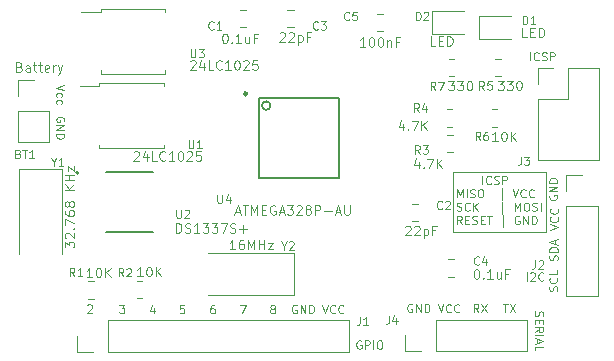
<source format=gto>
%TF.GenerationSoftware,KiCad,Pcbnew,(6.0.1-0)*%
%TF.CreationDate,2022-02-08T18:28:08-07:00*%
%TF.ProjectId,MCU Datalogger,4d435520-4461-4746-916c-6f676765722e,1*%
%TF.SameCoordinates,Original*%
%TF.FileFunction,Legend,Top*%
%TF.FilePolarity,Positive*%
%FSLAX46Y46*%
G04 Gerber Fmt 4.6, Leading zero omitted, Abs format (unit mm)*
G04 Created by KiCad (PCBNEW (6.0.1-0)) date 2022-02-08 18:28:08*
%MOMM*%
%LPD*%
G01*
G04 APERTURE LIST*
%ADD10C,0.100000*%
%ADD11C,0.120000*%
%ADD12C,0.152400*%
%ADD13C,0.254000*%
%ADD14C,0.127000*%
%ADD15C,0.200000*%
G04 APERTURE END LIST*
D10*
X82569800Y-86106066D02*
X82603133Y-86039400D01*
X82603133Y-85939400D01*
X82569800Y-85839400D01*
X82503133Y-85772733D01*
X82436466Y-85739400D01*
X82303133Y-85706066D01*
X82203133Y-85706066D01*
X82069800Y-85739400D01*
X82003133Y-85772733D01*
X81936466Y-85839400D01*
X81903133Y-85939400D01*
X81903133Y-86006066D01*
X81936466Y-86106066D01*
X81969800Y-86139400D01*
X82203133Y-86139400D01*
X82203133Y-86006066D01*
X81903133Y-86439400D02*
X82603133Y-86439400D01*
X81903133Y-86839400D01*
X82603133Y-86839400D01*
X81903133Y-87172733D02*
X82603133Y-87172733D01*
X82603133Y-87339400D01*
X82569800Y-87439400D01*
X82503133Y-87506066D01*
X82436466Y-87539400D01*
X82303133Y-87572733D01*
X82203133Y-87572733D01*
X82069800Y-87539400D01*
X82003133Y-87506066D01*
X81936466Y-87439400D01*
X81903133Y-87339400D01*
X81903133Y-87172733D01*
X82603133Y-83012066D02*
X81903133Y-83245400D01*
X82603133Y-83478733D01*
X81936466Y-84012066D02*
X81903133Y-83945400D01*
X81903133Y-83812066D01*
X81936466Y-83745400D01*
X81969800Y-83712066D01*
X82036466Y-83678733D01*
X82236466Y-83678733D01*
X82303133Y-83712066D01*
X82336466Y-83745400D01*
X82369800Y-83812066D01*
X82369800Y-83945400D01*
X82336466Y-84012066D01*
X81936466Y-84612066D02*
X81903133Y-84545400D01*
X81903133Y-84412066D01*
X81936466Y-84345400D01*
X81969800Y-84312066D01*
X82036466Y-84278733D01*
X82236466Y-84278733D01*
X82303133Y-84312066D01*
X82336466Y-84345400D01*
X82369800Y-84412066D01*
X82369800Y-84545400D01*
X82336466Y-84612066D01*
X115468400Y-90398600D02*
X123342400Y-90398600D01*
X123342400Y-90398600D02*
X123342400Y-95504000D01*
X123342400Y-95504000D02*
X115468400Y-95504000D01*
X115468400Y-95504000D02*
X115468400Y-90398600D01*
X84534400Y-101664333D02*
X84567733Y-101631000D01*
X84634400Y-101597666D01*
X84801066Y-101597666D01*
X84867733Y-101631000D01*
X84901066Y-101664333D01*
X84934400Y-101731000D01*
X84934400Y-101797666D01*
X84901066Y-101897666D01*
X84501066Y-102297666D01*
X84934400Y-102297666D01*
X87244266Y-101623066D02*
X87677600Y-101623066D01*
X87444266Y-101889733D01*
X87544266Y-101889733D01*
X87610933Y-101923066D01*
X87644266Y-101956400D01*
X87677600Y-102023066D01*
X87677600Y-102189733D01*
X87644266Y-102256400D01*
X87610933Y-102289733D01*
X87544266Y-102323066D01*
X87344266Y-102323066D01*
X87277600Y-102289733D01*
X87244266Y-102256400D01*
X123721066Y-95294333D02*
X124421066Y-95061000D01*
X123721066Y-94827666D01*
X124354400Y-94194333D02*
X124387733Y-94227666D01*
X124421066Y-94327666D01*
X124421066Y-94394333D01*
X124387733Y-94494333D01*
X124321066Y-94561000D01*
X124254400Y-94594333D01*
X124121066Y-94627666D01*
X124021066Y-94627666D01*
X123887733Y-94594333D01*
X123821066Y-94561000D01*
X123754400Y-94494333D01*
X123721066Y-94394333D01*
X123721066Y-94327666D01*
X123754400Y-94227666D01*
X123787733Y-94194333D01*
X124354400Y-93494333D02*
X124387733Y-93527666D01*
X124421066Y-93627666D01*
X124421066Y-93694333D01*
X124387733Y-93794333D01*
X124321066Y-93861000D01*
X124254400Y-93894333D01*
X124121066Y-93927666D01*
X124021066Y-93927666D01*
X123887733Y-93894333D01*
X123821066Y-93861000D01*
X123754400Y-93794333D01*
X123721066Y-93694333D01*
X123721066Y-93627666D01*
X123754400Y-93527666D01*
X123787733Y-93494333D01*
X121744666Y-99579866D02*
X121744666Y-98879866D01*
X122044666Y-98946533D02*
X122078000Y-98913200D01*
X122144666Y-98879866D01*
X122311333Y-98879866D01*
X122378000Y-98913200D01*
X122411333Y-98946533D01*
X122444666Y-99013200D01*
X122444666Y-99079866D01*
X122411333Y-99179866D01*
X122011333Y-99579866D01*
X122444666Y-99579866D01*
X123144666Y-99513200D02*
X123111333Y-99546533D01*
X123011333Y-99579866D01*
X122944666Y-99579866D01*
X122844666Y-99546533D01*
X122778000Y-99479866D01*
X122744666Y-99413200D01*
X122711333Y-99279866D01*
X122711333Y-99179866D01*
X122744666Y-99046533D01*
X122778000Y-98979866D01*
X122844666Y-98913200D01*
X122944666Y-98879866D01*
X123011333Y-98879866D01*
X123111333Y-98913200D01*
X123144666Y-98946533D01*
X104425866Y-101648466D02*
X104659200Y-102348466D01*
X104892533Y-101648466D01*
X105525866Y-102281800D02*
X105492533Y-102315133D01*
X105392533Y-102348466D01*
X105325866Y-102348466D01*
X105225866Y-102315133D01*
X105159200Y-102248466D01*
X105125866Y-102181800D01*
X105092533Y-102048466D01*
X105092533Y-101948466D01*
X105125866Y-101815133D01*
X105159200Y-101748466D01*
X105225866Y-101681800D01*
X105325866Y-101648466D01*
X105392533Y-101648466D01*
X105492533Y-101681800D01*
X105525866Y-101715133D01*
X106225866Y-102281800D02*
X106192533Y-102315133D01*
X106092533Y-102348466D01*
X106025866Y-102348466D01*
X105925866Y-102315133D01*
X105859200Y-102248466D01*
X105825866Y-102181800D01*
X105792533Y-102048466D01*
X105792533Y-101948466D01*
X105825866Y-101815133D01*
X105859200Y-101748466D01*
X105925866Y-101681800D01*
X106025866Y-101648466D01*
X106092533Y-101648466D01*
X106192533Y-101681800D01*
X106225866Y-101715133D01*
X117663133Y-102246866D02*
X117429800Y-101913533D01*
X117263133Y-102246866D02*
X117263133Y-101546866D01*
X117529800Y-101546866D01*
X117596466Y-101580200D01*
X117629800Y-101613533D01*
X117663133Y-101680200D01*
X117663133Y-101780200D01*
X117629800Y-101846866D01*
X117596466Y-101880200D01*
X117529800Y-101913533D01*
X117263133Y-101913533D01*
X117896466Y-101546866D02*
X118363133Y-102246866D01*
X118363133Y-101546866D02*
X117896466Y-102246866D01*
X92724266Y-101648466D02*
X92390933Y-101648466D01*
X92357600Y-101981800D01*
X92390933Y-101948466D01*
X92457600Y-101915133D01*
X92624266Y-101915133D01*
X92690933Y-101948466D01*
X92724266Y-101981800D01*
X92757600Y-102048466D01*
X92757600Y-102215133D01*
X92724266Y-102281800D01*
X92690933Y-102315133D01*
X92624266Y-102348466D01*
X92457600Y-102348466D01*
X92390933Y-102315133D01*
X92357600Y-102281800D01*
X124311533Y-100452133D02*
X124344866Y-100352133D01*
X124344866Y-100185466D01*
X124311533Y-100118800D01*
X124278200Y-100085466D01*
X124211533Y-100052133D01*
X124144866Y-100052133D01*
X124078200Y-100085466D01*
X124044866Y-100118800D01*
X124011533Y-100185466D01*
X123978200Y-100318800D01*
X123944866Y-100385466D01*
X123911533Y-100418800D01*
X123844866Y-100452133D01*
X123778200Y-100452133D01*
X123711533Y-100418800D01*
X123678200Y-100385466D01*
X123644866Y-100318800D01*
X123644866Y-100152133D01*
X123678200Y-100052133D01*
X124278200Y-99352133D02*
X124311533Y-99385466D01*
X124344866Y-99485466D01*
X124344866Y-99552133D01*
X124311533Y-99652133D01*
X124244866Y-99718800D01*
X124178200Y-99752133D01*
X124044866Y-99785466D01*
X123944866Y-99785466D01*
X123811533Y-99752133D01*
X123744866Y-99718800D01*
X123678200Y-99652133D01*
X123644866Y-99552133D01*
X123644866Y-99485466D01*
X123678200Y-99385466D01*
X123711533Y-99352133D01*
X124344866Y-98718800D02*
X124344866Y-99052133D01*
X123644866Y-99052133D01*
X114230266Y-101572266D02*
X114463600Y-102272266D01*
X114696933Y-101572266D01*
X115330266Y-102205600D02*
X115296933Y-102238933D01*
X115196933Y-102272266D01*
X115130266Y-102272266D01*
X115030266Y-102238933D01*
X114963600Y-102172266D01*
X114930266Y-102105600D01*
X114896933Y-101972266D01*
X114896933Y-101872266D01*
X114930266Y-101738933D01*
X114963600Y-101672266D01*
X115030266Y-101605600D01*
X115130266Y-101572266D01*
X115196933Y-101572266D01*
X115296933Y-101605600D01*
X115330266Y-101638933D01*
X116030266Y-102205600D02*
X115996933Y-102238933D01*
X115896933Y-102272266D01*
X115830266Y-102272266D01*
X115730266Y-102238933D01*
X115663600Y-102172266D01*
X115630266Y-102105600D01*
X115596933Y-101972266D01*
X115596933Y-101872266D01*
X115630266Y-101738933D01*
X115663600Y-101672266D01*
X115730266Y-101605600D01*
X115830266Y-101572266D01*
X115896933Y-101572266D01*
X115996933Y-101605600D01*
X116030266Y-101638933D01*
X112039466Y-101580200D02*
X111972800Y-101546866D01*
X111872800Y-101546866D01*
X111772800Y-101580200D01*
X111706133Y-101646866D01*
X111672800Y-101713533D01*
X111639466Y-101846866D01*
X111639466Y-101946866D01*
X111672800Y-102080200D01*
X111706133Y-102146866D01*
X111772800Y-102213533D01*
X111872800Y-102246866D01*
X111939466Y-102246866D01*
X112039466Y-102213533D01*
X112072800Y-102180200D01*
X112072800Y-101946866D01*
X111939466Y-101946866D01*
X112372800Y-102246866D02*
X112372800Y-101546866D01*
X112772800Y-102246866D01*
X112772800Y-101546866D01*
X113106133Y-102246866D02*
X113106133Y-101546866D01*
X113272800Y-101546866D01*
X113372800Y-101580200D01*
X113439466Y-101646866D01*
X113472800Y-101713533D01*
X113506133Y-101846866D01*
X113506133Y-101946866D01*
X113472800Y-102080200D01*
X113439466Y-102146866D01*
X113372800Y-102213533D01*
X113272800Y-102246866D01*
X113106133Y-102246866D01*
X95281733Y-101648466D02*
X95148400Y-101648466D01*
X95081733Y-101681800D01*
X95048400Y-101715133D01*
X94981733Y-101815133D01*
X94948400Y-101948466D01*
X94948400Y-102215133D01*
X94981733Y-102281800D01*
X95015066Y-102315133D01*
X95081733Y-102348466D01*
X95215066Y-102348466D01*
X95281733Y-102315133D01*
X95315066Y-102281800D01*
X95348400Y-102215133D01*
X95348400Y-102048466D01*
X95315066Y-101981800D01*
X95281733Y-101948466D01*
X95215066Y-101915133D01*
X95081733Y-101915133D01*
X95015066Y-101948466D01*
X94981733Y-101981800D01*
X94948400Y-102048466D01*
X124336933Y-97827200D02*
X124370266Y-97727200D01*
X124370266Y-97560533D01*
X124336933Y-97493866D01*
X124303600Y-97460533D01*
X124236933Y-97427200D01*
X124170266Y-97427200D01*
X124103600Y-97460533D01*
X124070266Y-97493866D01*
X124036933Y-97560533D01*
X124003600Y-97693866D01*
X123970266Y-97760533D01*
X123936933Y-97793866D01*
X123870266Y-97827200D01*
X123803600Y-97827200D01*
X123736933Y-97793866D01*
X123703600Y-97760533D01*
X123670266Y-97693866D01*
X123670266Y-97527200D01*
X123703600Y-97427200D01*
X124370266Y-97127200D02*
X123670266Y-97127200D01*
X123670266Y-96960533D01*
X123703600Y-96860533D01*
X123770266Y-96793866D01*
X123836933Y-96760533D01*
X123970266Y-96727200D01*
X124070266Y-96727200D01*
X124203600Y-96760533D01*
X124270266Y-96793866D01*
X124336933Y-96860533D01*
X124370266Y-96960533D01*
X124370266Y-97127200D01*
X124170266Y-96460533D02*
X124170266Y-96127200D01*
X124370266Y-96527200D02*
X123670266Y-96293866D01*
X124370266Y-96060533D01*
X97480466Y-101648466D02*
X97947133Y-101648466D01*
X97647133Y-102348466D01*
X119735666Y-101572266D02*
X120135666Y-101572266D01*
X119935666Y-102272266D02*
X119935666Y-101572266D01*
X120302333Y-101572266D02*
X120769000Y-102272266D01*
X120769000Y-101572266D02*
X120302333Y-102272266D01*
X107732600Y-104679000D02*
X107665933Y-104645666D01*
X107565933Y-104645666D01*
X107465933Y-104679000D01*
X107399266Y-104745666D01*
X107365933Y-104812333D01*
X107332600Y-104945666D01*
X107332600Y-105045666D01*
X107365933Y-105179000D01*
X107399266Y-105245666D01*
X107465933Y-105312333D01*
X107565933Y-105345666D01*
X107632600Y-105345666D01*
X107732600Y-105312333D01*
X107765933Y-105279000D01*
X107765933Y-105045666D01*
X107632600Y-105045666D01*
X108065933Y-105345666D02*
X108065933Y-104645666D01*
X108332600Y-104645666D01*
X108399266Y-104679000D01*
X108432600Y-104712333D01*
X108465933Y-104779000D01*
X108465933Y-104879000D01*
X108432600Y-104945666D01*
X108399266Y-104979000D01*
X108332600Y-105012333D01*
X108065933Y-105012333D01*
X108765933Y-105345666D02*
X108765933Y-104645666D01*
X109232600Y-104645666D02*
X109365933Y-104645666D01*
X109432600Y-104679000D01*
X109499266Y-104745666D01*
X109532600Y-104879000D01*
X109532600Y-105112333D01*
X109499266Y-105245666D01*
X109432600Y-105312333D01*
X109365933Y-105345666D01*
X109232600Y-105345666D01*
X109165933Y-105312333D01*
X109099266Y-105245666D01*
X109065933Y-105112333D01*
X109065933Y-104879000D01*
X109099266Y-104745666D01*
X109165933Y-104679000D01*
X109232600Y-104645666D01*
X123678200Y-92354333D02*
X123644866Y-92421000D01*
X123644866Y-92521000D01*
X123678200Y-92621000D01*
X123744866Y-92687666D01*
X123811533Y-92721000D01*
X123944866Y-92754333D01*
X124044866Y-92754333D01*
X124178200Y-92721000D01*
X124244866Y-92687666D01*
X124311533Y-92621000D01*
X124344866Y-92521000D01*
X124344866Y-92454333D01*
X124311533Y-92354333D01*
X124278200Y-92321000D01*
X124044866Y-92321000D01*
X124044866Y-92454333D01*
X124344866Y-92021000D02*
X123644866Y-92021000D01*
X124344866Y-91621000D01*
X123644866Y-91621000D01*
X124344866Y-91287666D02*
X123644866Y-91287666D01*
X123644866Y-91121000D01*
X123678200Y-91021000D01*
X123744866Y-90954333D01*
X123811533Y-90921000D01*
X123944866Y-90887666D01*
X124044866Y-90887666D01*
X124178200Y-90921000D01*
X124244866Y-90954333D01*
X124311533Y-91021000D01*
X124344866Y-91121000D01*
X124344866Y-91287666D01*
X117985800Y-91412366D02*
X117985800Y-90712366D01*
X118719133Y-91345700D02*
X118685800Y-91379033D01*
X118585800Y-91412366D01*
X118519133Y-91412366D01*
X118419133Y-91379033D01*
X118352466Y-91312366D01*
X118319133Y-91245700D01*
X118285800Y-91112366D01*
X118285800Y-91012366D01*
X118319133Y-90879033D01*
X118352466Y-90812366D01*
X118419133Y-90745700D01*
X118519133Y-90712366D01*
X118585800Y-90712366D01*
X118685800Y-90745700D01*
X118719133Y-90779033D01*
X118985800Y-91379033D02*
X119085800Y-91412366D01*
X119252466Y-91412366D01*
X119319133Y-91379033D01*
X119352466Y-91345700D01*
X119385800Y-91279033D01*
X119385800Y-91212366D01*
X119352466Y-91145700D01*
X119319133Y-91112366D01*
X119252466Y-91079033D01*
X119119133Y-91045700D01*
X119052466Y-91012366D01*
X119019133Y-90979033D01*
X118985800Y-90912366D01*
X118985800Y-90845700D01*
X119019133Y-90779033D01*
X119052466Y-90745700D01*
X119119133Y-90712366D01*
X119285800Y-90712366D01*
X119385800Y-90745700D01*
X119685800Y-91412366D02*
X119685800Y-90712366D01*
X119952466Y-90712366D01*
X120019133Y-90745700D01*
X120052466Y-90779033D01*
X120085800Y-90845700D01*
X120085800Y-90945700D01*
X120052466Y-91012366D01*
X120019133Y-91045700D01*
X119952466Y-91079033D01*
X119685800Y-91079033D01*
X115852466Y-92539366D02*
X115852466Y-91839366D01*
X116085800Y-92339366D01*
X116319133Y-91839366D01*
X116319133Y-92539366D01*
X116652466Y-92539366D02*
X116652466Y-91839366D01*
X116952466Y-92506033D02*
X117052466Y-92539366D01*
X117219133Y-92539366D01*
X117285800Y-92506033D01*
X117319133Y-92472700D01*
X117352466Y-92406033D01*
X117352466Y-92339366D01*
X117319133Y-92272700D01*
X117285800Y-92239366D01*
X117219133Y-92206033D01*
X117085800Y-92172700D01*
X117019133Y-92139366D01*
X116985800Y-92106033D01*
X116952466Y-92039366D01*
X116952466Y-91972700D01*
X116985800Y-91906033D01*
X117019133Y-91872700D01*
X117085800Y-91839366D01*
X117252466Y-91839366D01*
X117352466Y-91872700D01*
X117785800Y-91839366D02*
X117919133Y-91839366D01*
X117985800Y-91872700D01*
X118052466Y-91939366D01*
X118085800Y-92072700D01*
X118085800Y-92306033D01*
X118052466Y-92439366D01*
X117985800Y-92506033D01*
X117919133Y-92539366D01*
X117785800Y-92539366D01*
X117719133Y-92506033D01*
X117652466Y-92439366D01*
X117619133Y-92306033D01*
X117619133Y-92072700D01*
X117652466Y-91939366D01*
X117719133Y-91872700D01*
X117785800Y-91839366D01*
X119619133Y-92772700D02*
X119619133Y-91772700D01*
X120552466Y-91839366D02*
X120785800Y-92539366D01*
X121019133Y-91839366D01*
X121652466Y-92472700D02*
X121619133Y-92506033D01*
X121519133Y-92539366D01*
X121452466Y-92539366D01*
X121352466Y-92506033D01*
X121285800Y-92439366D01*
X121252466Y-92372700D01*
X121219133Y-92239366D01*
X121219133Y-92139366D01*
X121252466Y-92006033D01*
X121285800Y-91939366D01*
X121352466Y-91872700D01*
X121452466Y-91839366D01*
X121519133Y-91839366D01*
X121619133Y-91872700D01*
X121652466Y-91906033D01*
X122352466Y-92472700D02*
X122319133Y-92506033D01*
X122219133Y-92539366D01*
X122152466Y-92539366D01*
X122052466Y-92506033D01*
X121985800Y-92439366D01*
X121952466Y-92372700D01*
X121919133Y-92239366D01*
X121919133Y-92139366D01*
X121952466Y-92006033D01*
X121985800Y-91939366D01*
X122052466Y-91872700D01*
X122152466Y-91839366D01*
X122219133Y-91839366D01*
X122319133Y-91872700D01*
X122352466Y-91906033D01*
X115819133Y-93633033D02*
X115919133Y-93666366D01*
X116085800Y-93666366D01*
X116152466Y-93633033D01*
X116185800Y-93599700D01*
X116219133Y-93533033D01*
X116219133Y-93466366D01*
X116185800Y-93399700D01*
X116152466Y-93366366D01*
X116085800Y-93333033D01*
X115952466Y-93299700D01*
X115885800Y-93266366D01*
X115852466Y-93233033D01*
X115819133Y-93166366D01*
X115819133Y-93099700D01*
X115852466Y-93033033D01*
X115885800Y-92999700D01*
X115952466Y-92966366D01*
X116119133Y-92966366D01*
X116219133Y-92999700D01*
X116919133Y-93599700D02*
X116885800Y-93633033D01*
X116785800Y-93666366D01*
X116719133Y-93666366D01*
X116619133Y-93633033D01*
X116552466Y-93566366D01*
X116519133Y-93499700D01*
X116485800Y-93366366D01*
X116485800Y-93266366D01*
X116519133Y-93133033D01*
X116552466Y-93066366D01*
X116619133Y-92999700D01*
X116719133Y-92966366D01*
X116785800Y-92966366D01*
X116885800Y-92999700D01*
X116919133Y-93033033D01*
X117219133Y-93666366D02*
X117219133Y-92966366D01*
X117619133Y-93666366D02*
X117319133Y-93266366D01*
X117619133Y-92966366D02*
X117219133Y-93366366D01*
X119685800Y-93899700D02*
X119685800Y-92899700D01*
X120719133Y-93666366D02*
X120719133Y-92966366D01*
X120952466Y-93466366D01*
X121185800Y-92966366D01*
X121185800Y-93666366D01*
X121652466Y-92966366D02*
X121785800Y-92966366D01*
X121852466Y-92999700D01*
X121919133Y-93066366D01*
X121952466Y-93199700D01*
X121952466Y-93433033D01*
X121919133Y-93566366D01*
X121852466Y-93633033D01*
X121785800Y-93666366D01*
X121652466Y-93666366D01*
X121585800Y-93633033D01*
X121519133Y-93566366D01*
X121485800Y-93433033D01*
X121485800Y-93199700D01*
X121519133Y-93066366D01*
X121585800Y-92999700D01*
X121652466Y-92966366D01*
X122219133Y-93633033D02*
X122319133Y-93666366D01*
X122485800Y-93666366D01*
X122552466Y-93633033D01*
X122585800Y-93599700D01*
X122619133Y-93533033D01*
X122619133Y-93466366D01*
X122585800Y-93399700D01*
X122552466Y-93366366D01*
X122485800Y-93333033D01*
X122352466Y-93299700D01*
X122285800Y-93266366D01*
X122252466Y-93233033D01*
X122219133Y-93166366D01*
X122219133Y-93099700D01*
X122252466Y-93033033D01*
X122285800Y-92999700D01*
X122352466Y-92966366D01*
X122519133Y-92966366D01*
X122619133Y-92999700D01*
X122919133Y-93666366D02*
X122919133Y-92966366D01*
X116252466Y-94793366D02*
X116019133Y-94460033D01*
X115852466Y-94793366D02*
X115852466Y-94093366D01*
X116119133Y-94093366D01*
X116185800Y-94126700D01*
X116219133Y-94160033D01*
X116252466Y-94226700D01*
X116252466Y-94326700D01*
X116219133Y-94393366D01*
X116185800Y-94426700D01*
X116119133Y-94460033D01*
X115852466Y-94460033D01*
X116552466Y-94426700D02*
X116785800Y-94426700D01*
X116885800Y-94793366D02*
X116552466Y-94793366D01*
X116552466Y-94093366D01*
X116885800Y-94093366D01*
X117152466Y-94760033D02*
X117252466Y-94793366D01*
X117419133Y-94793366D01*
X117485800Y-94760033D01*
X117519133Y-94726700D01*
X117552466Y-94660033D01*
X117552466Y-94593366D01*
X117519133Y-94526700D01*
X117485800Y-94493366D01*
X117419133Y-94460033D01*
X117285800Y-94426700D01*
X117219133Y-94393366D01*
X117185800Y-94360033D01*
X117152466Y-94293366D01*
X117152466Y-94226700D01*
X117185800Y-94160033D01*
X117219133Y-94126700D01*
X117285800Y-94093366D01*
X117452466Y-94093366D01*
X117552466Y-94126700D01*
X117852466Y-94426700D02*
X118085800Y-94426700D01*
X118185800Y-94793366D02*
X117852466Y-94793366D01*
X117852466Y-94093366D01*
X118185800Y-94093366D01*
X118385800Y-94093366D02*
X118785800Y-94093366D01*
X118585800Y-94793366D02*
X118585800Y-94093366D01*
X119719133Y-95026700D02*
X119719133Y-94026700D01*
X121119133Y-94126700D02*
X121052466Y-94093366D01*
X120952466Y-94093366D01*
X120852466Y-94126700D01*
X120785800Y-94193366D01*
X120752466Y-94260033D01*
X120719133Y-94393366D01*
X120719133Y-94493366D01*
X120752466Y-94626700D01*
X120785800Y-94693366D01*
X120852466Y-94760033D01*
X120952466Y-94793366D01*
X121019133Y-94793366D01*
X121119133Y-94760033D01*
X121152466Y-94726700D01*
X121152466Y-94493366D01*
X121019133Y-94493366D01*
X121452466Y-94793366D02*
X121452466Y-94093366D01*
X121852466Y-94793366D01*
X121852466Y-94093366D01*
X122185800Y-94793366D02*
X122185800Y-94093366D01*
X122352466Y-94093366D01*
X122452466Y-94126700D01*
X122519133Y-94193366D01*
X122552466Y-94260033D01*
X122585800Y-94393366D01*
X122585800Y-94493366D01*
X122552466Y-94626700D01*
X122519133Y-94693366D01*
X122452466Y-94760033D01*
X122352466Y-94793366D01*
X122185800Y-94793366D01*
X122449466Y-102193133D02*
X122416133Y-102293133D01*
X122416133Y-102459800D01*
X122449466Y-102526466D01*
X122482800Y-102559800D01*
X122549466Y-102593133D01*
X122616133Y-102593133D01*
X122682800Y-102559800D01*
X122716133Y-102526466D01*
X122749466Y-102459800D01*
X122782800Y-102326466D01*
X122816133Y-102259800D01*
X122849466Y-102226466D01*
X122916133Y-102193133D01*
X122982800Y-102193133D01*
X123049466Y-102226466D01*
X123082800Y-102259800D01*
X123116133Y-102326466D01*
X123116133Y-102493133D01*
X123082800Y-102593133D01*
X122782800Y-102893133D02*
X122782800Y-103126466D01*
X122416133Y-103226466D02*
X122416133Y-102893133D01*
X123116133Y-102893133D01*
X123116133Y-103226466D01*
X122416133Y-103926466D02*
X122749466Y-103693133D01*
X122416133Y-103526466D02*
X123116133Y-103526466D01*
X123116133Y-103793133D01*
X123082800Y-103859800D01*
X123049466Y-103893133D01*
X122982800Y-103926466D01*
X122882800Y-103926466D01*
X122816133Y-103893133D01*
X122782800Y-103859800D01*
X122749466Y-103793133D01*
X122749466Y-103526466D01*
X122416133Y-104226466D02*
X123116133Y-104226466D01*
X122616133Y-104526466D02*
X122616133Y-104859800D01*
X122416133Y-104459800D02*
X123116133Y-104693133D01*
X122416133Y-104926466D01*
X122416133Y-105493133D02*
X122416133Y-105159800D01*
X123116133Y-105159800D01*
X90176333Y-101881800D02*
X90176333Y-102348466D01*
X90009666Y-101615133D02*
X89843000Y-102115133D01*
X90276333Y-102115133D01*
X102260466Y-101681800D02*
X102193800Y-101648466D01*
X102093800Y-101648466D01*
X101993800Y-101681800D01*
X101927133Y-101748466D01*
X101893800Y-101815133D01*
X101860466Y-101948466D01*
X101860466Y-102048466D01*
X101893800Y-102181800D01*
X101927133Y-102248466D01*
X101993800Y-102315133D01*
X102093800Y-102348466D01*
X102160466Y-102348466D01*
X102260466Y-102315133D01*
X102293800Y-102281800D01*
X102293800Y-102048466D01*
X102160466Y-102048466D01*
X102593800Y-102348466D02*
X102593800Y-101648466D01*
X102993800Y-102348466D01*
X102993800Y-101648466D01*
X103327133Y-102348466D02*
X103327133Y-101648466D01*
X103493800Y-101648466D01*
X103593800Y-101681800D01*
X103660466Y-101748466D01*
X103693800Y-101815133D01*
X103727133Y-101948466D01*
X103727133Y-102048466D01*
X103693800Y-102181800D01*
X103660466Y-102248466D01*
X103593800Y-102315133D01*
X103493800Y-102348466D01*
X103327133Y-102348466D01*
X100161733Y-101948466D02*
X100095066Y-101915133D01*
X100061733Y-101881800D01*
X100028400Y-101815133D01*
X100028400Y-101781800D01*
X100061733Y-101715133D01*
X100095066Y-101681800D01*
X100161733Y-101648466D01*
X100295066Y-101648466D01*
X100361733Y-101681800D01*
X100395066Y-101715133D01*
X100428400Y-101781800D01*
X100428400Y-101815133D01*
X100395066Y-101881800D01*
X100361733Y-101915133D01*
X100295066Y-101948466D01*
X100161733Y-101948466D01*
X100095066Y-101981800D01*
X100061733Y-102015133D01*
X100028400Y-102081800D01*
X100028400Y-102215133D01*
X100061733Y-102281800D01*
X100095066Y-102315133D01*
X100161733Y-102348466D01*
X100295066Y-102348466D01*
X100361733Y-102315133D01*
X100395066Y-102281800D01*
X100428400Y-102215133D01*
X100428400Y-102081800D01*
X100395066Y-102015133D01*
X100361733Y-101981800D01*
X100295066Y-101948466D01*
X122029666Y-80936266D02*
X122029666Y-80236266D01*
X122763000Y-80869600D02*
X122729666Y-80902933D01*
X122629666Y-80936266D01*
X122563000Y-80936266D01*
X122463000Y-80902933D01*
X122396333Y-80836266D01*
X122363000Y-80769600D01*
X122329666Y-80636266D01*
X122329666Y-80536266D01*
X122363000Y-80402933D01*
X122396333Y-80336266D01*
X122463000Y-80269600D01*
X122563000Y-80236266D01*
X122629666Y-80236266D01*
X122729666Y-80269600D01*
X122763000Y-80302933D01*
X123029666Y-80902933D02*
X123129666Y-80936266D01*
X123296333Y-80936266D01*
X123363000Y-80902933D01*
X123396333Y-80869600D01*
X123429666Y-80802933D01*
X123429666Y-80736266D01*
X123396333Y-80669600D01*
X123363000Y-80636266D01*
X123296333Y-80602933D01*
X123163000Y-80569600D01*
X123096333Y-80536266D01*
X123063000Y-80502933D01*
X123029666Y-80436266D01*
X123029666Y-80369600D01*
X123063000Y-80302933D01*
X123096333Y-80269600D01*
X123163000Y-80236266D01*
X123329666Y-80236266D01*
X123429666Y-80269600D01*
X123729666Y-80936266D02*
X123729666Y-80236266D01*
X123996333Y-80236266D01*
X124063000Y-80269600D01*
X124096333Y-80302933D01*
X124129666Y-80369600D01*
X124129666Y-80469600D01*
X124096333Y-80536266D01*
X124063000Y-80569600D01*
X123996333Y-80602933D01*
X123729666Y-80602933D01*
%TO.C,R4*%
X112633933Y-85279666D02*
X112400600Y-84946333D01*
X112233933Y-85279666D02*
X112233933Y-84579666D01*
X112500600Y-84579666D01*
X112567266Y-84613000D01*
X112600600Y-84646333D01*
X112633933Y-84713000D01*
X112633933Y-84813000D01*
X112600600Y-84879666D01*
X112567266Y-84913000D01*
X112500600Y-84946333D01*
X112233933Y-84946333D01*
X113233933Y-84813000D02*
X113233933Y-85279666D01*
X113067266Y-84546333D02*
X112900600Y-85046333D01*
X113333933Y-85046333D01*
X111271152Y-86290171D02*
X111271152Y-86823504D01*
X111080676Y-85985409D02*
X110890200Y-86556838D01*
X111385438Y-86556838D01*
X111690200Y-86747314D02*
X111728295Y-86785409D01*
X111690200Y-86823504D01*
X111652104Y-86785409D01*
X111690200Y-86747314D01*
X111690200Y-86823504D01*
X111994961Y-86023504D02*
X112528295Y-86023504D01*
X112185438Y-86823504D01*
X112833057Y-86823504D02*
X112833057Y-86023504D01*
X113290200Y-86823504D02*
X112947342Y-86366361D01*
X113290200Y-86023504D02*
X112833057Y-86480647D01*
%TO.C,R2*%
X87589533Y-99224266D02*
X87356200Y-98890933D01*
X87189533Y-99224266D02*
X87189533Y-98524266D01*
X87456200Y-98524266D01*
X87522866Y-98557600D01*
X87556200Y-98590933D01*
X87589533Y-98657600D01*
X87589533Y-98757600D01*
X87556200Y-98824266D01*
X87522866Y-98857600D01*
X87456200Y-98890933D01*
X87189533Y-98890933D01*
X87856200Y-98590933D02*
X87889533Y-98557600D01*
X87956200Y-98524266D01*
X88122866Y-98524266D01*
X88189533Y-98557600D01*
X88222866Y-98590933D01*
X88256200Y-98657600D01*
X88256200Y-98724266D01*
X88222866Y-98824266D01*
X87822866Y-99224266D01*
X88256200Y-99224266D01*
X89236619Y-99218704D02*
X88779476Y-99218704D01*
X89008047Y-99218704D02*
X89008047Y-98418704D01*
X88931857Y-98532990D01*
X88855666Y-98609180D01*
X88779476Y-98647276D01*
X89731857Y-98418704D02*
X89808047Y-98418704D01*
X89884238Y-98456800D01*
X89922333Y-98494895D01*
X89960428Y-98571085D01*
X89998523Y-98723466D01*
X89998523Y-98913942D01*
X89960428Y-99066323D01*
X89922333Y-99142514D01*
X89884238Y-99180609D01*
X89808047Y-99218704D01*
X89731857Y-99218704D01*
X89655666Y-99180609D01*
X89617571Y-99142514D01*
X89579476Y-99066323D01*
X89541380Y-98913942D01*
X89541380Y-98723466D01*
X89579476Y-98571085D01*
X89617571Y-98494895D01*
X89655666Y-98456800D01*
X89731857Y-98418704D01*
X90341380Y-99218704D02*
X90341380Y-98418704D01*
X90798523Y-99218704D02*
X90455666Y-98761561D01*
X90798523Y-98418704D02*
X90341380Y-98875847D01*
%TO.C,R7*%
X114005533Y-83425466D02*
X113772200Y-83092133D01*
X113605533Y-83425466D02*
X113605533Y-82725466D01*
X113872200Y-82725466D01*
X113938866Y-82758800D01*
X113972200Y-82792133D01*
X114005533Y-82858800D01*
X114005533Y-82958800D01*
X113972200Y-83025466D01*
X113938866Y-83058800D01*
X113872200Y-83092133D01*
X113605533Y-83092133D01*
X114238866Y-82725466D02*
X114705533Y-82725466D01*
X114405533Y-83425466D01*
X115100228Y-82670704D02*
X115595466Y-82670704D01*
X115328800Y-82975466D01*
X115443085Y-82975466D01*
X115519276Y-83013561D01*
X115557371Y-83051657D01*
X115595466Y-83127847D01*
X115595466Y-83318323D01*
X115557371Y-83394514D01*
X115519276Y-83432609D01*
X115443085Y-83470704D01*
X115214514Y-83470704D01*
X115138323Y-83432609D01*
X115100228Y-83394514D01*
X115862133Y-82670704D02*
X116357371Y-82670704D01*
X116090704Y-82975466D01*
X116204990Y-82975466D01*
X116281180Y-83013561D01*
X116319276Y-83051657D01*
X116357371Y-83127847D01*
X116357371Y-83318323D01*
X116319276Y-83394514D01*
X116281180Y-83432609D01*
X116204990Y-83470704D01*
X115976419Y-83470704D01*
X115900228Y-83432609D01*
X115862133Y-83394514D01*
X116852609Y-82670704D02*
X116928800Y-82670704D01*
X117004990Y-82708800D01*
X117043085Y-82746895D01*
X117081180Y-82823085D01*
X117119276Y-82975466D01*
X117119276Y-83165942D01*
X117081180Y-83318323D01*
X117043085Y-83394514D01*
X117004990Y-83432609D01*
X116928800Y-83470704D01*
X116852609Y-83470704D01*
X116776419Y-83432609D01*
X116738323Y-83394514D01*
X116700228Y-83318323D01*
X116662133Y-83165942D01*
X116662133Y-82975466D01*
X116700228Y-82823085D01*
X116738323Y-82746895D01*
X116776419Y-82708800D01*
X116852609Y-82670704D01*
%TO.C,R5*%
X118145733Y-83400066D02*
X117912400Y-83066733D01*
X117745733Y-83400066D02*
X117745733Y-82700066D01*
X118012400Y-82700066D01*
X118079066Y-82733400D01*
X118112400Y-82766733D01*
X118145733Y-82833400D01*
X118145733Y-82933400D01*
X118112400Y-83000066D01*
X118079066Y-83033400D01*
X118012400Y-83066733D01*
X117745733Y-83066733D01*
X118779066Y-82700066D02*
X118445733Y-82700066D01*
X118412400Y-83033400D01*
X118445733Y-83000066D01*
X118512400Y-82966733D01*
X118679066Y-82966733D01*
X118745733Y-83000066D01*
X118779066Y-83033400D01*
X118812400Y-83100066D01*
X118812400Y-83266733D01*
X118779066Y-83333400D01*
X118745733Y-83366733D01*
X118679066Y-83400066D01*
X118512400Y-83400066D01*
X118445733Y-83366733D01*
X118412400Y-83333400D01*
X119291228Y-82645304D02*
X119786466Y-82645304D01*
X119519800Y-82950066D01*
X119634085Y-82950066D01*
X119710276Y-82988161D01*
X119748371Y-83026257D01*
X119786466Y-83102447D01*
X119786466Y-83292923D01*
X119748371Y-83369114D01*
X119710276Y-83407209D01*
X119634085Y-83445304D01*
X119405514Y-83445304D01*
X119329323Y-83407209D01*
X119291228Y-83369114D01*
X120053133Y-82645304D02*
X120548371Y-82645304D01*
X120281704Y-82950066D01*
X120395990Y-82950066D01*
X120472180Y-82988161D01*
X120510276Y-83026257D01*
X120548371Y-83102447D01*
X120548371Y-83292923D01*
X120510276Y-83369114D01*
X120472180Y-83407209D01*
X120395990Y-83445304D01*
X120167419Y-83445304D01*
X120091228Y-83407209D01*
X120053133Y-83369114D01*
X121043609Y-82645304D02*
X121119800Y-82645304D01*
X121195990Y-82683400D01*
X121234085Y-82721495D01*
X121272180Y-82797685D01*
X121310276Y-82950066D01*
X121310276Y-83140542D01*
X121272180Y-83292923D01*
X121234085Y-83369114D01*
X121195990Y-83407209D01*
X121119800Y-83445304D01*
X121043609Y-83445304D01*
X120967419Y-83407209D01*
X120929323Y-83369114D01*
X120891228Y-83292923D01*
X120853133Y-83140542D01*
X120853133Y-82950066D01*
X120891228Y-82797685D01*
X120929323Y-82721495D01*
X120967419Y-82683400D01*
X121043609Y-82645304D01*
%TO.C,C2*%
X114574533Y-93468000D02*
X114541200Y-93501333D01*
X114441200Y-93534666D01*
X114374533Y-93534666D01*
X114274533Y-93501333D01*
X114207866Y-93434666D01*
X114174533Y-93368000D01*
X114141200Y-93234666D01*
X114141200Y-93134666D01*
X114174533Y-93001333D01*
X114207866Y-92934666D01*
X114274533Y-92868000D01*
X114374533Y-92834666D01*
X114441200Y-92834666D01*
X114541200Y-92868000D01*
X114574533Y-92901333D01*
X114841200Y-92901333D02*
X114874533Y-92868000D01*
X114941200Y-92834666D01*
X115107866Y-92834666D01*
X115174533Y-92868000D01*
X115207866Y-92901333D01*
X115241200Y-92968000D01*
X115241200Y-93034666D01*
X115207866Y-93134666D01*
X114807866Y-93534666D01*
X115241200Y-93534666D01*
X111461714Y-95015095D02*
X111499809Y-94977000D01*
X111576000Y-94938904D01*
X111766476Y-94938904D01*
X111842666Y-94977000D01*
X111880761Y-95015095D01*
X111918857Y-95091285D01*
X111918857Y-95167476D01*
X111880761Y-95281761D01*
X111423619Y-95738904D01*
X111918857Y-95738904D01*
X112223619Y-95015095D02*
X112261714Y-94977000D01*
X112337904Y-94938904D01*
X112528380Y-94938904D01*
X112604571Y-94977000D01*
X112642666Y-95015095D01*
X112680761Y-95091285D01*
X112680761Y-95167476D01*
X112642666Y-95281761D01*
X112185523Y-95738904D01*
X112680761Y-95738904D01*
X113023619Y-95205571D02*
X113023619Y-96005571D01*
X113023619Y-95243666D02*
X113099809Y-95205571D01*
X113252190Y-95205571D01*
X113328380Y-95243666D01*
X113366476Y-95281761D01*
X113404571Y-95357952D01*
X113404571Y-95586523D01*
X113366476Y-95662714D01*
X113328380Y-95700809D01*
X113252190Y-95738904D01*
X113099809Y-95738904D01*
X113023619Y-95700809D01*
X114014095Y-95319857D02*
X113747428Y-95319857D01*
X113747428Y-95738904D02*
X113747428Y-94938904D01*
X114128380Y-94938904D01*
%TO.C,D2*%
X112360933Y-77532666D02*
X112360933Y-76832666D01*
X112527600Y-76832666D01*
X112627600Y-76866000D01*
X112694266Y-76932666D01*
X112727600Y-76999333D01*
X112760933Y-77132666D01*
X112760933Y-77232666D01*
X112727600Y-77366000D01*
X112694266Y-77432666D01*
X112627600Y-77499333D01*
X112527600Y-77532666D01*
X112360933Y-77532666D01*
X113027600Y-76899333D02*
X113060933Y-76866000D01*
X113127600Y-76832666D01*
X113294266Y-76832666D01*
X113360933Y-76866000D01*
X113394266Y-76899333D01*
X113427600Y-76966000D01*
X113427600Y-77032666D01*
X113394266Y-77132666D01*
X112994266Y-77532666D01*
X113427600Y-77532666D01*
X114014314Y-79686104D02*
X113633361Y-79686104D01*
X113633361Y-78886104D01*
X114280980Y-79267057D02*
X114547647Y-79267057D01*
X114661933Y-79686104D02*
X114280980Y-79686104D01*
X114280980Y-78886104D01*
X114661933Y-78886104D01*
X115004790Y-79686104D02*
X115004790Y-78886104D01*
X115195266Y-78886104D01*
X115309552Y-78924200D01*
X115385742Y-79000390D01*
X115423838Y-79076580D01*
X115461933Y-79228961D01*
X115461933Y-79343247D01*
X115423838Y-79495628D01*
X115385742Y-79571819D01*
X115309552Y-79648009D01*
X115195266Y-79686104D01*
X115004790Y-79686104D01*
%TO.C,J4*%
X110078866Y-102537466D02*
X110078866Y-103037466D01*
X110045533Y-103137466D01*
X109978866Y-103204133D01*
X109878866Y-103237466D01*
X109812200Y-103237466D01*
X110712200Y-102770800D02*
X110712200Y-103237466D01*
X110545533Y-102504133D02*
X110378866Y-103004133D01*
X110812200Y-103004133D01*
%TO.C,U1*%
X93116466Y-87678466D02*
X93116466Y-88245133D01*
X93149800Y-88311800D01*
X93183133Y-88345133D01*
X93249800Y-88378466D01*
X93383133Y-88378466D01*
X93449800Y-88345133D01*
X93483133Y-88311800D01*
X93516466Y-88245133D01*
X93516466Y-87678466D01*
X94216466Y-88378466D02*
X93816466Y-88378466D01*
X94016466Y-88378466D02*
X94016466Y-87678466D01*
X93949800Y-87778466D01*
X93883133Y-87845133D01*
X93816466Y-87878466D01*
X88481257Y-88690495D02*
X88519352Y-88652400D01*
X88595542Y-88614304D01*
X88786019Y-88614304D01*
X88862209Y-88652400D01*
X88900304Y-88690495D01*
X88938400Y-88766685D01*
X88938400Y-88842876D01*
X88900304Y-88957161D01*
X88443161Y-89414304D01*
X88938400Y-89414304D01*
X89624114Y-88880971D02*
X89624114Y-89414304D01*
X89433638Y-88576209D02*
X89243161Y-89147638D01*
X89738400Y-89147638D01*
X90424114Y-89414304D02*
X90043161Y-89414304D01*
X90043161Y-88614304D01*
X91147923Y-89338114D02*
X91109828Y-89376209D01*
X90995542Y-89414304D01*
X90919352Y-89414304D01*
X90805066Y-89376209D01*
X90728876Y-89300019D01*
X90690780Y-89223828D01*
X90652685Y-89071447D01*
X90652685Y-88957161D01*
X90690780Y-88804780D01*
X90728876Y-88728590D01*
X90805066Y-88652400D01*
X90919352Y-88614304D01*
X90995542Y-88614304D01*
X91109828Y-88652400D01*
X91147923Y-88690495D01*
X91909828Y-89414304D02*
X91452685Y-89414304D01*
X91681257Y-89414304D02*
X91681257Y-88614304D01*
X91605066Y-88728590D01*
X91528876Y-88804780D01*
X91452685Y-88842876D01*
X92405066Y-88614304D02*
X92481257Y-88614304D01*
X92557447Y-88652400D01*
X92595542Y-88690495D01*
X92633638Y-88766685D01*
X92671733Y-88919066D01*
X92671733Y-89109542D01*
X92633638Y-89261923D01*
X92595542Y-89338114D01*
X92557447Y-89376209D01*
X92481257Y-89414304D01*
X92405066Y-89414304D01*
X92328876Y-89376209D01*
X92290780Y-89338114D01*
X92252685Y-89261923D01*
X92214590Y-89109542D01*
X92214590Y-88919066D01*
X92252685Y-88766685D01*
X92290780Y-88690495D01*
X92328876Y-88652400D01*
X92405066Y-88614304D01*
X92976495Y-88690495D02*
X93014590Y-88652400D01*
X93090780Y-88614304D01*
X93281257Y-88614304D01*
X93357447Y-88652400D01*
X93395542Y-88690495D01*
X93433638Y-88766685D01*
X93433638Y-88842876D01*
X93395542Y-88957161D01*
X92938400Y-89414304D01*
X93433638Y-89414304D01*
X94157447Y-88614304D02*
X93776495Y-88614304D01*
X93738400Y-88995257D01*
X93776495Y-88957161D01*
X93852685Y-88919066D01*
X94043161Y-88919066D01*
X94119352Y-88957161D01*
X94157447Y-88995257D01*
X94195542Y-89071447D01*
X94195542Y-89261923D01*
X94157447Y-89338114D01*
X94119352Y-89376209D01*
X94043161Y-89414304D01*
X93852685Y-89414304D01*
X93776495Y-89376209D01*
X93738400Y-89338114D01*
%TO.C,Y1*%
X81683266Y-89569133D02*
X81683266Y-89902466D01*
X81449933Y-89202466D02*
X81683266Y-89569133D01*
X81916600Y-89202466D01*
X82516600Y-89902466D02*
X82116600Y-89902466D01*
X82316600Y-89902466D02*
X82316600Y-89202466D01*
X82249933Y-89302466D01*
X82183266Y-89369133D01*
X82116600Y-89402466D01*
X82645304Y-96773571D02*
X82645304Y-96278333D01*
X82950066Y-96545000D01*
X82950066Y-96430714D01*
X82988161Y-96354523D01*
X83026257Y-96316428D01*
X83102447Y-96278333D01*
X83292923Y-96278333D01*
X83369114Y-96316428D01*
X83407209Y-96354523D01*
X83445304Y-96430714D01*
X83445304Y-96659285D01*
X83407209Y-96735476D01*
X83369114Y-96773571D01*
X82721495Y-95973571D02*
X82683400Y-95935476D01*
X82645304Y-95859285D01*
X82645304Y-95668809D01*
X82683400Y-95592619D01*
X82721495Y-95554523D01*
X82797685Y-95516428D01*
X82873876Y-95516428D01*
X82988161Y-95554523D01*
X83445304Y-96011666D01*
X83445304Y-95516428D01*
X83369114Y-95173571D02*
X83407209Y-95135476D01*
X83445304Y-95173571D01*
X83407209Y-95211666D01*
X83369114Y-95173571D01*
X83445304Y-95173571D01*
X82645304Y-94868809D02*
X82645304Y-94335476D01*
X83445304Y-94678333D01*
X82645304Y-93687857D02*
X82645304Y-93840238D01*
X82683400Y-93916428D01*
X82721495Y-93954523D01*
X82835780Y-94030714D01*
X82988161Y-94068809D01*
X83292923Y-94068809D01*
X83369114Y-94030714D01*
X83407209Y-93992619D01*
X83445304Y-93916428D01*
X83445304Y-93764047D01*
X83407209Y-93687857D01*
X83369114Y-93649761D01*
X83292923Y-93611666D01*
X83102447Y-93611666D01*
X83026257Y-93649761D01*
X82988161Y-93687857D01*
X82950066Y-93764047D01*
X82950066Y-93916428D01*
X82988161Y-93992619D01*
X83026257Y-94030714D01*
X83102447Y-94068809D01*
X82988161Y-93154523D02*
X82950066Y-93230714D01*
X82911971Y-93268809D01*
X82835780Y-93306904D01*
X82797685Y-93306904D01*
X82721495Y-93268809D01*
X82683400Y-93230714D01*
X82645304Y-93154523D01*
X82645304Y-93002142D01*
X82683400Y-92925952D01*
X82721495Y-92887857D01*
X82797685Y-92849761D01*
X82835780Y-92849761D01*
X82911971Y-92887857D01*
X82950066Y-92925952D01*
X82988161Y-93002142D01*
X82988161Y-93154523D01*
X83026257Y-93230714D01*
X83064352Y-93268809D01*
X83140542Y-93306904D01*
X83292923Y-93306904D01*
X83369114Y-93268809D01*
X83407209Y-93230714D01*
X83445304Y-93154523D01*
X83445304Y-93002142D01*
X83407209Y-92925952D01*
X83369114Y-92887857D01*
X83292923Y-92849761D01*
X83140542Y-92849761D01*
X83064352Y-92887857D01*
X83026257Y-92925952D01*
X82988161Y-93002142D01*
X83445304Y-91897380D02*
X82645304Y-91897380D01*
X83445304Y-91440238D02*
X82988161Y-91783095D01*
X82645304Y-91440238D02*
X83102447Y-91897380D01*
X83445304Y-91097380D02*
X82645304Y-91097380D01*
X83026257Y-91097380D02*
X83026257Y-90640238D01*
X83445304Y-90640238D02*
X82645304Y-90640238D01*
X82911971Y-90335476D02*
X82911971Y-89916428D01*
X83445304Y-90335476D01*
X83445304Y-89916428D01*
%TO.C,J1*%
X107615066Y-102664466D02*
X107615066Y-103164466D01*
X107581733Y-103264466D01*
X107515066Y-103331133D01*
X107415066Y-103364466D01*
X107348400Y-103364466D01*
X108315066Y-103364466D02*
X107915066Y-103364466D01*
X108115066Y-103364466D02*
X108115066Y-102664466D01*
X108048400Y-102764466D01*
X107981733Y-102831133D01*
X107915066Y-102864466D01*
%TO.C,U4*%
X95554866Y-92301266D02*
X95554866Y-92867933D01*
X95588200Y-92934600D01*
X95621533Y-92967933D01*
X95688200Y-93001266D01*
X95821533Y-93001266D01*
X95888200Y-92967933D01*
X95921533Y-92934600D01*
X95954866Y-92867933D01*
X95954866Y-92301266D01*
X96588200Y-92534600D02*
X96588200Y-93001266D01*
X96421533Y-92267933D02*
X96254866Y-92767933D01*
X96688200Y-92767933D01*
X97073057Y-93757733D02*
X97454009Y-93757733D01*
X96996866Y-93986304D02*
X97263533Y-93186304D01*
X97530200Y-93986304D01*
X97682580Y-93186304D02*
X98139723Y-93186304D01*
X97911152Y-93986304D02*
X97911152Y-93186304D01*
X98406390Y-93986304D02*
X98406390Y-93186304D01*
X98673057Y-93757733D01*
X98939723Y-93186304D01*
X98939723Y-93986304D01*
X99320676Y-93567257D02*
X99587342Y-93567257D01*
X99701628Y-93986304D02*
X99320676Y-93986304D01*
X99320676Y-93186304D01*
X99701628Y-93186304D01*
X100463533Y-93224400D02*
X100387342Y-93186304D01*
X100273057Y-93186304D01*
X100158771Y-93224400D01*
X100082580Y-93300590D01*
X100044485Y-93376780D01*
X100006390Y-93529161D01*
X100006390Y-93643447D01*
X100044485Y-93795828D01*
X100082580Y-93872019D01*
X100158771Y-93948209D01*
X100273057Y-93986304D01*
X100349247Y-93986304D01*
X100463533Y-93948209D01*
X100501628Y-93910114D01*
X100501628Y-93643447D01*
X100349247Y-93643447D01*
X100806390Y-93757733D02*
X101187342Y-93757733D01*
X100730200Y-93986304D02*
X100996866Y-93186304D01*
X101263533Y-93986304D01*
X101454009Y-93186304D02*
X101949247Y-93186304D01*
X101682580Y-93491066D01*
X101796866Y-93491066D01*
X101873057Y-93529161D01*
X101911152Y-93567257D01*
X101949247Y-93643447D01*
X101949247Y-93833923D01*
X101911152Y-93910114D01*
X101873057Y-93948209D01*
X101796866Y-93986304D01*
X101568295Y-93986304D01*
X101492104Y-93948209D01*
X101454009Y-93910114D01*
X102254009Y-93262495D02*
X102292104Y-93224400D01*
X102368295Y-93186304D01*
X102558771Y-93186304D01*
X102634961Y-93224400D01*
X102673057Y-93262495D01*
X102711152Y-93338685D01*
X102711152Y-93414876D01*
X102673057Y-93529161D01*
X102215914Y-93986304D01*
X102711152Y-93986304D01*
X103168295Y-93529161D02*
X103092104Y-93491066D01*
X103054009Y-93452971D01*
X103015914Y-93376780D01*
X103015914Y-93338685D01*
X103054009Y-93262495D01*
X103092104Y-93224400D01*
X103168295Y-93186304D01*
X103320676Y-93186304D01*
X103396866Y-93224400D01*
X103434961Y-93262495D01*
X103473057Y-93338685D01*
X103473057Y-93376780D01*
X103434961Y-93452971D01*
X103396866Y-93491066D01*
X103320676Y-93529161D01*
X103168295Y-93529161D01*
X103092104Y-93567257D01*
X103054009Y-93605352D01*
X103015914Y-93681542D01*
X103015914Y-93833923D01*
X103054009Y-93910114D01*
X103092104Y-93948209D01*
X103168295Y-93986304D01*
X103320676Y-93986304D01*
X103396866Y-93948209D01*
X103434961Y-93910114D01*
X103473057Y-93833923D01*
X103473057Y-93681542D01*
X103434961Y-93605352D01*
X103396866Y-93567257D01*
X103320676Y-93529161D01*
X103815914Y-93986304D02*
X103815914Y-93186304D01*
X104120676Y-93186304D01*
X104196866Y-93224400D01*
X104234961Y-93262495D01*
X104273057Y-93338685D01*
X104273057Y-93452971D01*
X104234961Y-93529161D01*
X104196866Y-93567257D01*
X104120676Y-93605352D01*
X103815914Y-93605352D01*
X104615914Y-93681542D02*
X105225438Y-93681542D01*
X105568295Y-93757733D02*
X105949247Y-93757733D01*
X105492104Y-93986304D02*
X105758771Y-93186304D01*
X106025438Y-93986304D01*
X106292104Y-93186304D02*
X106292104Y-93833923D01*
X106330200Y-93910114D01*
X106368295Y-93948209D01*
X106444485Y-93986304D01*
X106596866Y-93986304D01*
X106673057Y-93948209D01*
X106711152Y-93910114D01*
X106749247Y-93833923D01*
X106749247Y-93186304D01*
%TO.C,U3*%
X93294266Y-79982266D02*
X93294266Y-80548933D01*
X93327600Y-80615600D01*
X93360933Y-80648933D01*
X93427600Y-80682266D01*
X93560933Y-80682266D01*
X93627600Y-80648933D01*
X93660933Y-80615600D01*
X93694266Y-80548933D01*
X93694266Y-79982266D01*
X93960933Y-79982266D02*
X94394266Y-79982266D01*
X94160933Y-80248933D01*
X94260933Y-80248933D01*
X94327600Y-80282266D01*
X94360933Y-80315600D01*
X94394266Y-80382266D01*
X94394266Y-80548933D01*
X94360933Y-80615600D01*
X94327600Y-80648933D01*
X94260933Y-80682266D01*
X94060933Y-80682266D01*
X93994266Y-80648933D01*
X93960933Y-80615600D01*
X93256457Y-80994295D02*
X93294552Y-80956200D01*
X93370742Y-80918104D01*
X93561219Y-80918104D01*
X93637409Y-80956200D01*
X93675504Y-80994295D01*
X93713600Y-81070485D01*
X93713600Y-81146676D01*
X93675504Y-81260961D01*
X93218361Y-81718104D01*
X93713600Y-81718104D01*
X94399314Y-81184771D02*
X94399314Y-81718104D01*
X94208838Y-80880009D02*
X94018361Y-81451438D01*
X94513600Y-81451438D01*
X95199314Y-81718104D02*
X94818361Y-81718104D01*
X94818361Y-80918104D01*
X95923123Y-81641914D02*
X95885028Y-81680009D01*
X95770742Y-81718104D01*
X95694552Y-81718104D01*
X95580266Y-81680009D01*
X95504076Y-81603819D01*
X95465980Y-81527628D01*
X95427885Y-81375247D01*
X95427885Y-81260961D01*
X95465980Y-81108580D01*
X95504076Y-81032390D01*
X95580266Y-80956200D01*
X95694552Y-80918104D01*
X95770742Y-80918104D01*
X95885028Y-80956200D01*
X95923123Y-80994295D01*
X96685028Y-81718104D02*
X96227885Y-81718104D01*
X96456457Y-81718104D02*
X96456457Y-80918104D01*
X96380266Y-81032390D01*
X96304076Y-81108580D01*
X96227885Y-81146676D01*
X97180266Y-80918104D02*
X97256457Y-80918104D01*
X97332647Y-80956200D01*
X97370742Y-80994295D01*
X97408838Y-81070485D01*
X97446933Y-81222866D01*
X97446933Y-81413342D01*
X97408838Y-81565723D01*
X97370742Y-81641914D01*
X97332647Y-81680009D01*
X97256457Y-81718104D01*
X97180266Y-81718104D01*
X97104076Y-81680009D01*
X97065980Y-81641914D01*
X97027885Y-81565723D01*
X96989790Y-81413342D01*
X96989790Y-81222866D01*
X97027885Y-81070485D01*
X97065980Y-80994295D01*
X97104076Y-80956200D01*
X97180266Y-80918104D01*
X97751695Y-80994295D02*
X97789790Y-80956200D01*
X97865980Y-80918104D01*
X98056457Y-80918104D01*
X98132647Y-80956200D01*
X98170742Y-80994295D01*
X98208838Y-81070485D01*
X98208838Y-81146676D01*
X98170742Y-81260961D01*
X97713600Y-81718104D01*
X98208838Y-81718104D01*
X98932647Y-80918104D02*
X98551695Y-80918104D01*
X98513600Y-81299057D01*
X98551695Y-81260961D01*
X98627885Y-81222866D01*
X98818361Y-81222866D01*
X98894552Y-81260961D01*
X98932647Y-81299057D01*
X98970742Y-81375247D01*
X98970742Y-81565723D01*
X98932647Y-81641914D01*
X98894552Y-81680009D01*
X98818361Y-81718104D01*
X98627885Y-81718104D01*
X98551695Y-81680009D01*
X98513600Y-81641914D01*
%TO.C,D1*%
X121403333Y-77862866D02*
X121403333Y-77162866D01*
X121570000Y-77162866D01*
X121670000Y-77196200D01*
X121736666Y-77262866D01*
X121770000Y-77329533D01*
X121803333Y-77462866D01*
X121803333Y-77562866D01*
X121770000Y-77696200D01*
X121736666Y-77762866D01*
X121670000Y-77829533D01*
X121570000Y-77862866D01*
X121403333Y-77862866D01*
X122470000Y-77862866D02*
X122070000Y-77862866D01*
X122270000Y-77862866D02*
X122270000Y-77162866D01*
X122203333Y-77262866D01*
X122136666Y-77329533D01*
X122070000Y-77362866D01*
X121761314Y-78974904D02*
X121380361Y-78974904D01*
X121380361Y-78174904D01*
X122027980Y-78555857D02*
X122294647Y-78555857D01*
X122408933Y-78974904D02*
X122027980Y-78974904D01*
X122027980Y-78174904D01*
X122408933Y-78174904D01*
X122751790Y-78974904D02*
X122751790Y-78174904D01*
X122942266Y-78174904D01*
X123056552Y-78213000D01*
X123132742Y-78289190D01*
X123170838Y-78365380D01*
X123208933Y-78517761D01*
X123208933Y-78632047D01*
X123170838Y-78784428D01*
X123132742Y-78860619D01*
X123056552Y-78936809D01*
X122942266Y-78974904D01*
X122751790Y-78974904D01*
%TO.C,J3*%
X121254866Y-89075466D02*
X121254866Y-89575466D01*
X121221533Y-89675466D01*
X121154866Y-89742133D01*
X121054866Y-89775466D01*
X120988200Y-89775466D01*
X121521533Y-89075466D02*
X121954866Y-89075466D01*
X121721533Y-89342133D01*
X121821533Y-89342133D01*
X121888200Y-89375466D01*
X121921533Y-89408800D01*
X121954866Y-89475466D01*
X121954866Y-89642133D01*
X121921533Y-89708800D01*
X121888200Y-89742133D01*
X121821533Y-89775466D01*
X121621533Y-89775466D01*
X121554866Y-89742133D01*
X121521533Y-89708800D01*
%TO.C,R3*%
X112710133Y-88835666D02*
X112476800Y-88502333D01*
X112310133Y-88835666D02*
X112310133Y-88135666D01*
X112576800Y-88135666D01*
X112643466Y-88169000D01*
X112676800Y-88202333D01*
X112710133Y-88269000D01*
X112710133Y-88369000D01*
X112676800Y-88435666D01*
X112643466Y-88469000D01*
X112576800Y-88502333D01*
X112310133Y-88502333D01*
X112943466Y-88135666D02*
X113376800Y-88135666D01*
X113143466Y-88402333D01*
X113243466Y-88402333D01*
X113310133Y-88435666D01*
X113343466Y-88469000D01*
X113376800Y-88535666D01*
X113376800Y-88702333D01*
X113343466Y-88769000D01*
X113310133Y-88802333D01*
X113243466Y-88835666D01*
X113043466Y-88835666D01*
X112976800Y-88802333D01*
X112943466Y-88769000D01*
X112591952Y-89541371D02*
X112591952Y-90074704D01*
X112401476Y-89236609D02*
X112211000Y-89808038D01*
X112706238Y-89808038D01*
X113011000Y-89998514D02*
X113049095Y-90036609D01*
X113011000Y-90074704D01*
X112972904Y-90036609D01*
X113011000Y-89998514D01*
X113011000Y-90074704D01*
X113315761Y-89274704D02*
X113849095Y-89274704D01*
X113506238Y-90074704D01*
X114153857Y-90074704D02*
X114153857Y-89274704D01*
X114611000Y-90074704D02*
X114268142Y-89617561D01*
X114611000Y-89274704D02*
X114153857Y-89731847D01*
%TO.C,C5*%
X106715733Y-77466000D02*
X106682400Y-77499333D01*
X106582400Y-77532666D01*
X106515733Y-77532666D01*
X106415733Y-77499333D01*
X106349066Y-77432666D01*
X106315733Y-77366000D01*
X106282400Y-77232666D01*
X106282400Y-77132666D01*
X106315733Y-76999333D01*
X106349066Y-76932666D01*
X106415733Y-76866000D01*
X106515733Y-76832666D01*
X106582400Y-76832666D01*
X106682400Y-76866000D01*
X106715733Y-76899333D01*
X107349066Y-76832666D02*
X107015733Y-76832666D01*
X106982400Y-77166000D01*
X107015733Y-77132666D01*
X107082400Y-77099333D01*
X107249066Y-77099333D01*
X107315733Y-77132666D01*
X107349066Y-77166000D01*
X107382400Y-77232666D01*
X107382400Y-77399333D01*
X107349066Y-77466000D01*
X107315733Y-77499333D01*
X107249066Y-77532666D01*
X107082400Y-77532666D01*
X107015733Y-77499333D01*
X106982400Y-77466000D01*
X108083504Y-79765904D02*
X107626361Y-79765904D01*
X107854933Y-79765904D02*
X107854933Y-78965904D01*
X107778742Y-79080190D01*
X107702552Y-79156380D01*
X107626361Y-79194476D01*
X108578742Y-78965904D02*
X108654933Y-78965904D01*
X108731123Y-79004000D01*
X108769219Y-79042095D01*
X108807314Y-79118285D01*
X108845409Y-79270666D01*
X108845409Y-79461142D01*
X108807314Y-79613523D01*
X108769219Y-79689714D01*
X108731123Y-79727809D01*
X108654933Y-79765904D01*
X108578742Y-79765904D01*
X108502552Y-79727809D01*
X108464457Y-79689714D01*
X108426361Y-79613523D01*
X108388266Y-79461142D01*
X108388266Y-79270666D01*
X108426361Y-79118285D01*
X108464457Y-79042095D01*
X108502552Y-79004000D01*
X108578742Y-78965904D01*
X109340647Y-78965904D02*
X109416838Y-78965904D01*
X109493028Y-79004000D01*
X109531123Y-79042095D01*
X109569219Y-79118285D01*
X109607314Y-79270666D01*
X109607314Y-79461142D01*
X109569219Y-79613523D01*
X109531123Y-79689714D01*
X109493028Y-79727809D01*
X109416838Y-79765904D01*
X109340647Y-79765904D01*
X109264457Y-79727809D01*
X109226361Y-79689714D01*
X109188266Y-79613523D01*
X109150171Y-79461142D01*
X109150171Y-79270666D01*
X109188266Y-79118285D01*
X109226361Y-79042095D01*
X109264457Y-79004000D01*
X109340647Y-78965904D01*
X109950171Y-79232571D02*
X109950171Y-79765904D01*
X109950171Y-79308761D02*
X109988266Y-79270666D01*
X110064457Y-79232571D01*
X110178742Y-79232571D01*
X110254933Y-79270666D01*
X110293028Y-79346857D01*
X110293028Y-79765904D01*
X110940647Y-79346857D02*
X110673980Y-79346857D01*
X110673980Y-79765904D02*
X110673980Y-78965904D01*
X111054933Y-78965904D01*
%TO.C,C1*%
X95234933Y-78253400D02*
X95201600Y-78286733D01*
X95101600Y-78320066D01*
X95034933Y-78320066D01*
X94934933Y-78286733D01*
X94868266Y-78220066D01*
X94834933Y-78153400D01*
X94801600Y-78020066D01*
X94801600Y-77920066D01*
X94834933Y-77786733D01*
X94868266Y-77720066D01*
X94934933Y-77653400D01*
X95034933Y-77620066D01*
X95101600Y-77620066D01*
X95201600Y-77653400D01*
X95234933Y-77686733D01*
X95901600Y-78320066D02*
X95501600Y-78320066D01*
X95701600Y-78320066D02*
X95701600Y-77620066D01*
X95634933Y-77720066D01*
X95568266Y-77786733D01*
X95501600Y-77820066D01*
X96145514Y-78657504D02*
X96221704Y-78657504D01*
X96297895Y-78695600D01*
X96335990Y-78733695D01*
X96374085Y-78809885D01*
X96412180Y-78962266D01*
X96412180Y-79152742D01*
X96374085Y-79305123D01*
X96335990Y-79381314D01*
X96297895Y-79419409D01*
X96221704Y-79457504D01*
X96145514Y-79457504D01*
X96069323Y-79419409D01*
X96031228Y-79381314D01*
X95993133Y-79305123D01*
X95955038Y-79152742D01*
X95955038Y-78962266D01*
X95993133Y-78809885D01*
X96031228Y-78733695D01*
X96069323Y-78695600D01*
X96145514Y-78657504D01*
X96755038Y-79381314D02*
X96793133Y-79419409D01*
X96755038Y-79457504D01*
X96716942Y-79419409D01*
X96755038Y-79381314D01*
X96755038Y-79457504D01*
X97555038Y-79457504D02*
X97097895Y-79457504D01*
X97326466Y-79457504D02*
X97326466Y-78657504D01*
X97250276Y-78771790D01*
X97174085Y-78847980D01*
X97097895Y-78886076D01*
X98240752Y-78924171D02*
X98240752Y-79457504D01*
X97897895Y-78924171D02*
X97897895Y-79343219D01*
X97935990Y-79419409D01*
X98012180Y-79457504D01*
X98126466Y-79457504D01*
X98202657Y-79419409D01*
X98240752Y-79381314D01*
X98888371Y-79038457D02*
X98621704Y-79038457D01*
X98621704Y-79457504D02*
X98621704Y-78657504D01*
X99002657Y-78657504D01*
%TO.C,Y2*%
X101190466Y-96630333D02*
X101190466Y-96963666D01*
X100957133Y-96263666D02*
X101190466Y-96630333D01*
X101423800Y-96263666D01*
X101623800Y-96330333D02*
X101657133Y-96297000D01*
X101723800Y-96263666D01*
X101890466Y-96263666D01*
X101957133Y-96297000D01*
X101990466Y-96330333D01*
X102023800Y-96397000D01*
X102023800Y-96463666D01*
X101990466Y-96563666D01*
X101590466Y-96963666D01*
X102023800Y-96963666D01*
X97047219Y-96932704D02*
X96590076Y-96932704D01*
X96818647Y-96932704D02*
X96818647Y-96132704D01*
X96742457Y-96246990D01*
X96666266Y-96323180D01*
X96590076Y-96361276D01*
X97732933Y-96132704D02*
X97580552Y-96132704D01*
X97504361Y-96170800D01*
X97466266Y-96208895D01*
X97390076Y-96323180D01*
X97351980Y-96475561D01*
X97351980Y-96780323D01*
X97390076Y-96856514D01*
X97428171Y-96894609D01*
X97504361Y-96932704D01*
X97656742Y-96932704D01*
X97732933Y-96894609D01*
X97771028Y-96856514D01*
X97809123Y-96780323D01*
X97809123Y-96589847D01*
X97771028Y-96513657D01*
X97732933Y-96475561D01*
X97656742Y-96437466D01*
X97504361Y-96437466D01*
X97428171Y-96475561D01*
X97390076Y-96513657D01*
X97351980Y-96589847D01*
X98151980Y-96932704D02*
X98151980Y-96132704D01*
X98418647Y-96704133D01*
X98685314Y-96132704D01*
X98685314Y-96932704D01*
X99066266Y-96932704D02*
X99066266Y-96132704D01*
X99066266Y-96513657D02*
X99523409Y-96513657D01*
X99523409Y-96932704D02*
X99523409Y-96132704D01*
X99828171Y-96399371D02*
X100247219Y-96399371D01*
X99828171Y-96932704D01*
X100247219Y-96932704D01*
%TO.C,J2*%
X122448666Y-97863866D02*
X122448666Y-98363866D01*
X122415333Y-98463866D01*
X122348666Y-98530533D01*
X122248666Y-98563866D01*
X122182000Y-98563866D01*
X122748666Y-97930533D02*
X122782000Y-97897200D01*
X122848666Y-97863866D01*
X123015333Y-97863866D01*
X123082000Y-97897200D01*
X123115333Y-97930533D01*
X123148666Y-97997200D01*
X123148666Y-98063866D01*
X123115333Y-98163866D01*
X122715333Y-98563866D01*
X123148666Y-98563866D01*
%TO.C,BT1*%
X78672600Y-88824600D02*
X78772600Y-88857933D01*
X78805933Y-88891266D01*
X78839266Y-88957933D01*
X78839266Y-89057933D01*
X78805933Y-89124600D01*
X78772600Y-89157933D01*
X78705933Y-89191266D01*
X78439266Y-89191266D01*
X78439266Y-88491266D01*
X78672600Y-88491266D01*
X78739266Y-88524600D01*
X78772600Y-88557933D01*
X78805933Y-88624600D01*
X78805933Y-88691266D01*
X78772600Y-88757933D01*
X78739266Y-88791266D01*
X78672600Y-88824600D01*
X78439266Y-88824600D01*
X79039266Y-88491266D02*
X79439266Y-88491266D01*
X79239266Y-89191266D02*
X79239266Y-88491266D01*
X80039266Y-89191266D02*
X79639266Y-89191266D01*
X79839266Y-89191266D02*
X79839266Y-88491266D01*
X79772600Y-88591266D01*
X79705933Y-88657933D01*
X79639266Y-88691266D01*
X78784657Y-81476857D02*
X78898942Y-81514952D01*
X78937038Y-81553047D01*
X78975133Y-81629238D01*
X78975133Y-81743523D01*
X78937038Y-81819714D01*
X78898942Y-81857809D01*
X78822752Y-81895904D01*
X78517990Y-81895904D01*
X78517990Y-81095904D01*
X78784657Y-81095904D01*
X78860847Y-81134000D01*
X78898942Y-81172095D01*
X78937038Y-81248285D01*
X78937038Y-81324476D01*
X78898942Y-81400666D01*
X78860847Y-81438761D01*
X78784657Y-81476857D01*
X78517990Y-81476857D01*
X79660847Y-81895904D02*
X79660847Y-81476857D01*
X79622752Y-81400666D01*
X79546561Y-81362571D01*
X79394180Y-81362571D01*
X79317990Y-81400666D01*
X79660847Y-81857809D02*
X79584657Y-81895904D01*
X79394180Y-81895904D01*
X79317990Y-81857809D01*
X79279895Y-81781619D01*
X79279895Y-81705428D01*
X79317990Y-81629238D01*
X79394180Y-81591142D01*
X79584657Y-81591142D01*
X79660847Y-81553047D01*
X79927514Y-81362571D02*
X80232276Y-81362571D01*
X80041800Y-81095904D02*
X80041800Y-81781619D01*
X80079895Y-81857809D01*
X80156085Y-81895904D01*
X80232276Y-81895904D01*
X80384657Y-81362571D02*
X80689419Y-81362571D01*
X80498942Y-81095904D02*
X80498942Y-81781619D01*
X80537038Y-81857809D01*
X80613228Y-81895904D01*
X80689419Y-81895904D01*
X81260847Y-81857809D02*
X81184657Y-81895904D01*
X81032276Y-81895904D01*
X80956085Y-81857809D01*
X80917990Y-81781619D01*
X80917990Y-81476857D01*
X80956085Y-81400666D01*
X81032276Y-81362571D01*
X81184657Y-81362571D01*
X81260847Y-81400666D01*
X81298942Y-81476857D01*
X81298942Y-81553047D01*
X80917990Y-81629238D01*
X81641800Y-81895904D02*
X81641800Y-81362571D01*
X81641800Y-81514952D02*
X81679895Y-81438761D01*
X81717990Y-81400666D01*
X81794180Y-81362571D01*
X81870371Y-81362571D01*
X82060847Y-81362571D02*
X82251323Y-81895904D01*
X82441800Y-81362571D02*
X82251323Y-81895904D01*
X82175133Y-82086380D01*
X82137038Y-82124476D01*
X82060847Y-82162571D01*
%TO.C,R1*%
X83449333Y-99198866D02*
X83216000Y-98865533D01*
X83049333Y-99198866D02*
X83049333Y-98498866D01*
X83316000Y-98498866D01*
X83382666Y-98532200D01*
X83416000Y-98565533D01*
X83449333Y-98632200D01*
X83449333Y-98732200D01*
X83416000Y-98798866D01*
X83382666Y-98832200D01*
X83316000Y-98865533D01*
X83049333Y-98865533D01*
X84116000Y-99198866D02*
X83716000Y-99198866D01*
X83916000Y-99198866D02*
X83916000Y-98498866D01*
X83849333Y-98598866D01*
X83782666Y-98665533D01*
X83716000Y-98698866D01*
X84944019Y-99294904D02*
X84486876Y-99294904D01*
X84715447Y-99294904D02*
X84715447Y-98494904D01*
X84639257Y-98609190D01*
X84563066Y-98685380D01*
X84486876Y-98723476D01*
X85439257Y-98494904D02*
X85515447Y-98494904D01*
X85591638Y-98533000D01*
X85629733Y-98571095D01*
X85667828Y-98647285D01*
X85705923Y-98799666D01*
X85705923Y-98990142D01*
X85667828Y-99142523D01*
X85629733Y-99218714D01*
X85591638Y-99256809D01*
X85515447Y-99294904D01*
X85439257Y-99294904D01*
X85363066Y-99256809D01*
X85324971Y-99218714D01*
X85286876Y-99142523D01*
X85248780Y-98990142D01*
X85248780Y-98799666D01*
X85286876Y-98647285D01*
X85324971Y-98571095D01*
X85363066Y-98533000D01*
X85439257Y-98494904D01*
X86048780Y-99294904D02*
X86048780Y-98494904D01*
X86505923Y-99294904D02*
X86163066Y-98837761D01*
X86505923Y-98494904D02*
X86048780Y-98952047D01*
%TO.C,R6*%
X117815533Y-87692666D02*
X117582200Y-87359333D01*
X117415533Y-87692666D02*
X117415533Y-86992666D01*
X117682200Y-86992666D01*
X117748866Y-87026000D01*
X117782200Y-87059333D01*
X117815533Y-87126000D01*
X117815533Y-87226000D01*
X117782200Y-87292666D01*
X117748866Y-87326000D01*
X117682200Y-87359333D01*
X117415533Y-87359333D01*
X118415533Y-86992666D02*
X118282200Y-86992666D01*
X118215533Y-87026000D01*
X118182200Y-87059333D01*
X118115533Y-87159333D01*
X118082200Y-87292666D01*
X118082200Y-87559333D01*
X118115533Y-87626000D01*
X118148866Y-87659333D01*
X118215533Y-87692666D01*
X118348866Y-87692666D01*
X118415533Y-87659333D01*
X118448866Y-87626000D01*
X118482200Y-87559333D01*
X118482200Y-87392666D01*
X118448866Y-87326000D01*
X118415533Y-87292666D01*
X118348866Y-87259333D01*
X118215533Y-87259333D01*
X118148866Y-87292666D01*
X118115533Y-87326000D01*
X118082200Y-87392666D01*
X119284819Y-87763304D02*
X118827676Y-87763304D01*
X119056247Y-87763304D02*
X119056247Y-86963304D01*
X118980057Y-87077590D01*
X118903866Y-87153780D01*
X118827676Y-87191876D01*
X119780057Y-86963304D02*
X119856247Y-86963304D01*
X119932438Y-87001400D01*
X119970533Y-87039495D01*
X120008628Y-87115685D01*
X120046723Y-87268066D01*
X120046723Y-87458542D01*
X120008628Y-87610923D01*
X119970533Y-87687114D01*
X119932438Y-87725209D01*
X119856247Y-87763304D01*
X119780057Y-87763304D01*
X119703866Y-87725209D01*
X119665771Y-87687114D01*
X119627676Y-87610923D01*
X119589580Y-87458542D01*
X119589580Y-87268066D01*
X119627676Y-87115685D01*
X119665771Y-87039495D01*
X119703866Y-87001400D01*
X119780057Y-86963304D01*
X120389580Y-87763304D02*
X120389580Y-86963304D01*
X120846723Y-87763304D02*
X120503866Y-87306161D01*
X120846723Y-86963304D02*
X120389580Y-87420447D01*
%TO.C,U2*%
X92075066Y-93571266D02*
X92075066Y-94137933D01*
X92108400Y-94204600D01*
X92141733Y-94237933D01*
X92208400Y-94271266D01*
X92341733Y-94271266D01*
X92408400Y-94237933D01*
X92441733Y-94204600D01*
X92475066Y-94137933D01*
X92475066Y-93571266D01*
X92775066Y-93637933D02*
X92808400Y-93604600D01*
X92875066Y-93571266D01*
X93041733Y-93571266D01*
X93108400Y-93604600D01*
X93141733Y-93637933D01*
X93175066Y-93704600D01*
X93175066Y-93771266D01*
X93141733Y-93871266D01*
X92741733Y-94271266D01*
X93175066Y-94271266D01*
X92056323Y-95510304D02*
X92056323Y-94710304D01*
X92246800Y-94710304D01*
X92361085Y-94748400D01*
X92437276Y-94824590D01*
X92475371Y-94900780D01*
X92513466Y-95053161D01*
X92513466Y-95167447D01*
X92475371Y-95319828D01*
X92437276Y-95396019D01*
X92361085Y-95472209D01*
X92246800Y-95510304D01*
X92056323Y-95510304D01*
X92818228Y-95472209D02*
X92932514Y-95510304D01*
X93122990Y-95510304D01*
X93199180Y-95472209D01*
X93237276Y-95434114D01*
X93275371Y-95357923D01*
X93275371Y-95281733D01*
X93237276Y-95205542D01*
X93199180Y-95167447D01*
X93122990Y-95129352D01*
X92970609Y-95091257D01*
X92894419Y-95053161D01*
X92856323Y-95015066D01*
X92818228Y-94938876D01*
X92818228Y-94862685D01*
X92856323Y-94786495D01*
X92894419Y-94748400D01*
X92970609Y-94710304D01*
X93161085Y-94710304D01*
X93275371Y-94748400D01*
X94037276Y-95510304D02*
X93580133Y-95510304D01*
X93808704Y-95510304D02*
X93808704Y-94710304D01*
X93732514Y-94824590D01*
X93656323Y-94900780D01*
X93580133Y-94938876D01*
X94303942Y-94710304D02*
X94799180Y-94710304D01*
X94532514Y-95015066D01*
X94646800Y-95015066D01*
X94722990Y-95053161D01*
X94761085Y-95091257D01*
X94799180Y-95167447D01*
X94799180Y-95357923D01*
X94761085Y-95434114D01*
X94722990Y-95472209D01*
X94646800Y-95510304D01*
X94418228Y-95510304D01*
X94342038Y-95472209D01*
X94303942Y-95434114D01*
X95065847Y-94710304D02*
X95561085Y-94710304D01*
X95294419Y-95015066D01*
X95408704Y-95015066D01*
X95484895Y-95053161D01*
X95522990Y-95091257D01*
X95561085Y-95167447D01*
X95561085Y-95357923D01*
X95522990Y-95434114D01*
X95484895Y-95472209D01*
X95408704Y-95510304D01*
X95180133Y-95510304D01*
X95103942Y-95472209D01*
X95065847Y-95434114D01*
X95827752Y-94710304D02*
X96361085Y-94710304D01*
X96018228Y-95510304D01*
X96627752Y-95472209D02*
X96742038Y-95510304D01*
X96932514Y-95510304D01*
X97008704Y-95472209D01*
X97046800Y-95434114D01*
X97084895Y-95357923D01*
X97084895Y-95281733D01*
X97046800Y-95205542D01*
X97008704Y-95167447D01*
X96932514Y-95129352D01*
X96780133Y-95091257D01*
X96703942Y-95053161D01*
X96665847Y-95015066D01*
X96627752Y-94938876D01*
X96627752Y-94862685D01*
X96665847Y-94786495D01*
X96703942Y-94748400D01*
X96780133Y-94710304D01*
X96970609Y-94710304D01*
X97084895Y-94748400D01*
X97427752Y-95205542D02*
X98037276Y-95205542D01*
X97732514Y-95510304D02*
X97732514Y-94900780D01*
%TO.C,C3*%
X104074133Y-78253400D02*
X104040800Y-78286733D01*
X103940800Y-78320066D01*
X103874133Y-78320066D01*
X103774133Y-78286733D01*
X103707466Y-78220066D01*
X103674133Y-78153400D01*
X103640800Y-78020066D01*
X103640800Y-77920066D01*
X103674133Y-77786733D01*
X103707466Y-77720066D01*
X103774133Y-77653400D01*
X103874133Y-77620066D01*
X103940800Y-77620066D01*
X104040800Y-77653400D01*
X104074133Y-77686733D01*
X104307466Y-77620066D02*
X104740800Y-77620066D01*
X104507466Y-77886733D01*
X104607466Y-77886733D01*
X104674133Y-77920066D01*
X104707466Y-77953400D01*
X104740800Y-78020066D01*
X104740800Y-78186733D01*
X104707466Y-78253400D01*
X104674133Y-78286733D01*
X104607466Y-78320066D01*
X104407466Y-78320066D01*
X104340800Y-78286733D01*
X104307466Y-78253400D01*
X100819114Y-78632095D02*
X100857209Y-78594000D01*
X100933400Y-78555904D01*
X101123876Y-78555904D01*
X101200066Y-78594000D01*
X101238161Y-78632095D01*
X101276257Y-78708285D01*
X101276257Y-78784476D01*
X101238161Y-78898761D01*
X100781019Y-79355904D01*
X101276257Y-79355904D01*
X101581019Y-78632095D02*
X101619114Y-78594000D01*
X101695304Y-78555904D01*
X101885780Y-78555904D01*
X101961971Y-78594000D01*
X102000066Y-78632095D01*
X102038161Y-78708285D01*
X102038161Y-78784476D01*
X102000066Y-78898761D01*
X101542923Y-79355904D01*
X102038161Y-79355904D01*
X102381019Y-78822571D02*
X102381019Y-79622571D01*
X102381019Y-78860666D02*
X102457209Y-78822571D01*
X102609590Y-78822571D01*
X102685780Y-78860666D01*
X102723876Y-78898761D01*
X102761971Y-78974952D01*
X102761971Y-79203523D01*
X102723876Y-79279714D01*
X102685780Y-79317809D01*
X102609590Y-79355904D01*
X102457209Y-79355904D01*
X102381019Y-79317809D01*
X103371495Y-78936857D02*
X103104828Y-78936857D01*
X103104828Y-79355904D02*
X103104828Y-78555904D01*
X103485780Y-78555904D01*
%TO.C,C4*%
X117713933Y-98167000D02*
X117680600Y-98200333D01*
X117580600Y-98233666D01*
X117513933Y-98233666D01*
X117413933Y-98200333D01*
X117347266Y-98133666D01*
X117313933Y-98067000D01*
X117280600Y-97933666D01*
X117280600Y-97833666D01*
X117313933Y-97700333D01*
X117347266Y-97633666D01*
X117413933Y-97567000D01*
X117513933Y-97533666D01*
X117580600Y-97533666D01*
X117680600Y-97567000D01*
X117713933Y-97600333D01*
X118313933Y-97767000D02*
X118313933Y-98233666D01*
X118147266Y-97500333D02*
X117980600Y-98000333D01*
X118413933Y-98000333D01*
X117456114Y-98621904D02*
X117532304Y-98621904D01*
X117608495Y-98660000D01*
X117646590Y-98698095D01*
X117684685Y-98774285D01*
X117722780Y-98926666D01*
X117722780Y-99117142D01*
X117684685Y-99269523D01*
X117646590Y-99345714D01*
X117608495Y-99383809D01*
X117532304Y-99421904D01*
X117456114Y-99421904D01*
X117379923Y-99383809D01*
X117341828Y-99345714D01*
X117303733Y-99269523D01*
X117265638Y-99117142D01*
X117265638Y-98926666D01*
X117303733Y-98774285D01*
X117341828Y-98698095D01*
X117379923Y-98660000D01*
X117456114Y-98621904D01*
X118065638Y-99345714D02*
X118103733Y-99383809D01*
X118065638Y-99421904D01*
X118027542Y-99383809D01*
X118065638Y-99345714D01*
X118065638Y-99421904D01*
X118865638Y-99421904D02*
X118408495Y-99421904D01*
X118637066Y-99421904D02*
X118637066Y-98621904D01*
X118560876Y-98736190D01*
X118484685Y-98812380D01*
X118408495Y-98850476D01*
X119551352Y-98888571D02*
X119551352Y-99421904D01*
X119208495Y-98888571D02*
X119208495Y-99307619D01*
X119246590Y-99383809D01*
X119322780Y-99421904D01*
X119437066Y-99421904D01*
X119513257Y-99383809D01*
X119551352Y-99345714D01*
X120198971Y-99002857D02*
X119932304Y-99002857D01*
X119932304Y-99421904D02*
X119932304Y-98621904D01*
X120313257Y-98621904D01*
D11*
%TO.C,R4*%
X115417964Y-86536200D02*
X114963836Y-86536200D01*
X115417964Y-85066200D02*
X114963836Y-85066200D01*
%TO.C,R2*%
X89177864Y-99620400D02*
X88723736Y-99620400D01*
X89177864Y-101090400D02*
X88723736Y-101090400D01*
%TO.C,R7*%
X115139736Y-80824400D02*
X115593864Y-80824400D01*
X115139736Y-82294400D02*
X115593864Y-82294400D01*
%TO.C,R5*%
X119556264Y-82294400D02*
X119102136Y-82294400D01*
X119556264Y-80824400D02*
X119102136Y-80824400D01*
%TO.C,C2*%
X112554652Y-93067200D02*
X112032148Y-93067200D01*
X112554652Y-94537200D02*
X112032148Y-94537200D01*
%TO.C,D2*%
X116443000Y-76738600D02*
X113758000Y-76738600D01*
X113758000Y-78658600D02*
X116443000Y-78658600D01*
X113758000Y-76738600D02*
X113758000Y-78658600D01*
%TO.C,J4*%
X114056000Y-102886200D02*
X121736000Y-102886200D01*
X114056000Y-105546200D02*
X121736000Y-105546200D01*
X121736000Y-105546200D02*
X121736000Y-102886200D01*
X111456000Y-105546200D02*
X111456000Y-104216200D01*
X114056000Y-105546200D02*
X114056000Y-102886200D01*
X112786000Y-105546200D02*
X111456000Y-105546200D01*
%TO.C,U1*%
X88290400Y-82873000D02*
X85565400Y-82873000D01*
X85565400Y-83133000D02*
X83890400Y-83133000D01*
X88290400Y-82873000D02*
X91015400Y-82873000D01*
X88290400Y-88323000D02*
X91015400Y-88323000D01*
X85565400Y-82873000D02*
X85565400Y-83133000D01*
X91015400Y-88323000D02*
X91015400Y-88063000D01*
X85565400Y-88323000D02*
X85565400Y-88063000D01*
X88290400Y-88323000D02*
X85565400Y-88323000D01*
X91015400Y-82873000D02*
X91015400Y-83133000D01*
%TO.C,Y1*%
X82368800Y-97365800D02*
X82368800Y-90115800D01*
X82368800Y-90115800D02*
X78768800Y-90115800D01*
X78768800Y-90115800D02*
X78768800Y-97365800D01*
%TO.C,J1*%
X86283800Y-105597000D02*
X106663800Y-105597000D01*
X106663800Y-105597000D02*
X106663800Y-102937000D01*
X83683800Y-105597000D02*
X83683800Y-104267000D01*
X85013800Y-105597000D02*
X83683800Y-105597000D01*
X86283800Y-102937000D02*
X106663800Y-102937000D01*
X86283800Y-105597000D02*
X86283800Y-102937000D01*
D12*
%TO.C,U4*%
X105838200Y-84103000D02*
X105838200Y-90903000D01*
X99038200Y-84103000D02*
X105838200Y-84103000D01*
X99038200Y-90903000D02*
X99038200Y-84103000D01*
X105838200Y-90903000D02*
X99038200Y-90903000D01*
X100054200Y-84759800D02*
G75*
G03*
X100054200Y-84759800I-359200J0D01*
G01*
D13*
X98065200Y-83753000D02*
G75*
G03*
X98065200Y-83753000I-127000J0D01*
G01*
D11*
%TO.C,U3*%
X88392000Y-82049200D02*
X85667000Y-82049200D01*
X85667000Y-82049200D02*
X85667000Y-81789200D01*
X91117000Y-76599200D02*
X91117000Y-76859200D01*
X88392000Y-76599200D02*
X85667000Y-76599200D01*
X85667000Y-76599200D02*
X85667000Y-76859200D01*
X85667000Y-76859200D02*
X83992000Y-76859200D01*
X88392000Y-82049200D02*
X91117000Y-82049200D01*
X91117000Y-82049200D02*
X91117000Y-81789200D01*
X88392000Y-76599200D02*
X91117000Y-76599200D01*
%TO.C,D1*%
X117745800Y-79090400D02*
X120430800Y-79090400D01*
X120430800Y-77170400D02*
X117745800Y-77170400D01*
X117745800Y-77170400D02*
X117745800Y-79090400D01*
%TO.C,J3*%
X122667800Y-84216000D02*
X125267800Y-84216000D01*
X122667800Y-89356000D02*
X127867800Y-89356000D01*
X125267800Y-81616000D02*
X127867800Y-81616000D01*
X122667800Y-82946000D02*
X122667800Y-81616000D01*
X122667800Y-84216000D02*
X122667800Y-89356000D01*
X125267800Y-84216000D02*
X125267800Y-81616000D01*
X127867800Y-81616000D02*
X127867800Y-89356000D01*
X122667800Y-81616000D02*
X123997800Y-81616000D01*
%TO.C,R3*%
X115466864Y-88720600D02*
X115012736Y-88720600D01*
X115466864Y-87250600D02*
X115012736Y-87250600D01*
%TO.C,C5*%
X109060348Y-76989000D02*
X109582852Y-76989000D01*
X109060348Y-78459000D02*
X109582852Y-78459000D01*
%TO.C,C1*%
X97452548Y-78128800D02*
X97975052Y-78128800D01*
X97452548Y-76658800D02*
X97975052Y-76658800D01*
%TO.C,Y2*%
X94759800Y-100809200D02*
X102009800Y-100809200D01*
X102009800Y-97209200D02*
X94759800Y-97209200D01*
X102009800Y-100809200D02*
X102009800Y-97209200D01*
%TO.C,J2*%
X125085800Y-93243400D02*
X125085800Y-100923400D01*
X125085800Y-93243400D02*
X127745800Y-93243400D01*
X127745800Y-93243400D02*
X127745800Y-100923400D01*
X125085800Y-90643400D02*
X126415800Y-90643400D01*
X125085800Y-100923400D02*
X127745800Y-100923400D01*
X125085800Y-91973400D02*
X125085800Y-90643400D01*
%TO.C,BT1*%
X81340000Y-85212000D02*
X81340000Y-87812000D01*
X78680000Y-82612000D02*
X80010000Y-82612000D01*
X78680000Y-87812000D02*
X81340000Y-87812000D01*
X78680000Y-83942000D02*
X78680000Y-82612000D01*
X78680000Y-85212000D02*
X81340000Y-85212000D01*
X78680000Y-85212000D02*
X78680000Y-87812000D01*
%TO.C,R1*%
X84634336Y-101115800D02*
X85088464Y-101115800D01*
X84634336Y-99645800D02*
X85088464Y-99645800D01*
%TO.C,R6*%
X118797336Y-85091600D02*
X119251464Y-85091600D01*
X118797336Y-86561600D02*
X119251464Y-86561600D01*
D14*
%TO.C,U2*%
X86138000Y-90418600D02*
X90138000Y-90418600D01*
X86138000Y-95458600D02*
X90138000Y-95458600D01*
D15*
X83793000Y-90443600D02*
G75*
G03*
X83793000Y-90443600I-100000J0D01*
G01*
D11*
%TO.C,C3*%
X101491148Y-78103400D02*
X102013652Y-78103400D01*
X101491148Y-76633400D02*
X102013652Y-76633400D01*
%TO.C,C4*%
X115567052Y-97766200D02*
X115044548Y-97766200D01*
X115567052Y-99236200D02*
X115044548Y-99236200D01*
%TD*%
M02*

</source>
